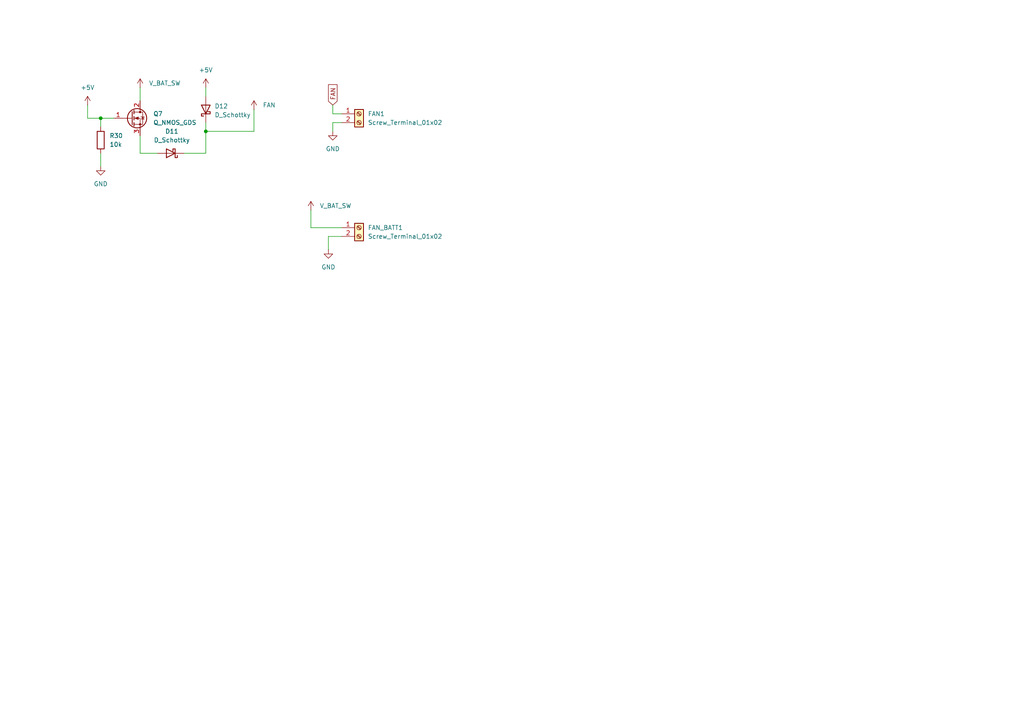
<source format=kicad_sch>
(kicad_sch (version 20231120) (generator "eeschema") (generator_version "8.0")
  (paper "A4")
  (lib_symbols
    (symbol "Connector:Screw_Terminal_01x02" (pin_names (offset 1.016) hide)
      (property "Reference" "J" (at 0 2.54 0))
      (property "Value" "Screw_Terminal_01x02" (at 0 -5.08 0))
      (symbol "Screw_Terminal_01x02_1_1"
        (rectangle (start -1.27 1.27) (end 1.27 -3.81) (stroke (width 0.254)) (fill (type background)))
        (circle (center 0 -2.54) (radius 0.635) (stroke (width 0.1524)))
        (polyline (pts (xy -0.5334 -2.2098) (xy 0.3302 -3.048)) (stroke (width 0.1524)))
        (polyline (pts (xy -0.5334 0.3302) (xy 0.3302 -0.508)) (stroke (width 0.1524)))
        (polyline (pts (xy -0.3556 -2.032) (xy 0.508 -2.8702)) (stroke (width 0.1524)))
        (polyline (pts (xy -0.3556 0.508) (xy 0.508 -0.3302)) (stroke (width 0.1524)))
        (circle (center 0 0) (radius 0.635) (stroke (width 0.1524)))
        (pin passive line (at -5.08 0 0) (length 3.81) (name "Pin_1") (number "1"))
        (pin passive line (at -5.08 -2.54 0) (length 3.81) (name "Pin_2") (number "2"))
      )
    )
    (symbol "Device:D_Schottky" (pin_numbers hide) (pin_names (offset 1.016) hide)
      (property "Reference" "D" (at 0 2.54 0))
      (property "Value" "D_Schottky" (at 0 -2.54 0))
      (symbol "D_Schottky_0_1"
        (polyline (pts (xy 1.27 0) (xy -1.27 0)))
        (polyline (pts (xy 1.27 1.27) (xy 1.27 -1.27) (xy -1.27 0) (xy 1.27 1.27)) (stroke (width 0.254)))
        (polyline (pts (xy -1.905 0.635) (xy -1.905 1.27) (xy -1.27 1.27) (xy -1.27 -1.27) (xy -0.635 -1.27) (xy -0.635 -0.635)) (stroke (width 0.254)))
      )
      (symbol "D_Schottky_1_1"
        (pin passive line (at -3.81 0 0) (length 2.54) (name "K") (number "1"))
        (pin passive line (at 3.81 0 180) (length 2.54) (name "A") (number "2"))
      )
    )
    (symbol "Device:Q_NMOS_GDS" (pin_names (offset 0) hide)
      (property "Reference" "Q" (at 5.08 1.27 0))
      (property "Value" "Q_NMOS_GDS" (at 5.08 -1.27 0))
      (symbol "Q_NMOS_GDS_0_1"
        (polyline (pts (xy 0.254 0) (xy -2.54 0)))
        (polyline (pts (xy 0.254 1.905) (xy 0.254 -1.905)) (stroke (width 0.254)))
        (polyline (pts (xy 0.762 -1.27) (xy 0.762 -2.286)) (stroke (width 0.254)))
        (polyline (pts (xy 0.762 0.508) (xy 0.762 -0.508)) (stroke (width 0.254)))
        (polyline (pts (xy 0.762 2.286) (xy 0.762 1.27)) (stroke (width 0.254)))
        (polyline (pts (xy 2.54 2.54) (xy 2.54 1.778)))
        (polyline (pts (xy 2.54 -2.54) (xy 2.54 0) (xy 0.762 0)))
        (polyline (pts (xy 0.762 -1.778) (xy 3.302 -1.778) (xy 3.302 1.778) (xy 0.762 1.778)))
        (polyline (pts (xy 1.016 0) (xy 2.032 0.381) (xy 2.032 -0.381) (xy 1.016 0)) (fill (type outline)))
        (polyline (pts (xy 2.794 0.508) (xy 2.921 0.381) (xy 3.683 0.381) (xy 3.81 0.254)))
        (polyline (pts (xy 3.302 0.381) (xy 2.921 -0.254) (xy 3.683 -0.254) (xy 3.302 0.381)))
        (circle (center 1.651 0) (radius 2.794) (stroke (width 0.254)))
        (circle (center 2.54 -1.778) (radius 0.254) (fill (type outline)))
        (circle (center 2.54 1.778) (radius 0.254) (fill (type outline)))
      )
      (symbol "Q_NMOS_GDS_1_1"
        (pin input line (at -5.08 0 0) (length 2.54) (name "G") (number "1"))
        (pin passive line (at 2.54 5.08 270) (length 2.54) (name "D") (number "2"))
        (pin passive line (at 2.54 -5.08 90) (length 2.54) (name "S") (number "3"))
      )
    )
    (symbol "Device:R" (pin_numbers hide) (pin_names (offset 0))
      (property "Reference" "R" (at 2.032 0 90))
      (property "Value" "R" (at 0 0 90))
      (symbol "R_0_1"
        (rectangle (start -1.016 -2.54) (end 1.016 2.54) (stroke (width 0.254)))
      )
      (symbol "R_1_1"
        (pin passive line (at 0 3.81 270) (length 1.27) (name "~") (number "1"))
        (pin passive line (at 0 -3.81 90) (length 1.27) (name "~") (number "2"))
      )
    )
    (symbol "power:+24V" (power) (pin_numbers hide) (pin_names (offset 0) hide)
      (property "Value" "+24V" (at 0 3.556 0))
      (symbol "+24V_0_1"
        (polyline (pts (xy -0.762 1.27) (xy 0 2.54)))
        (polyline (pts (xy 0 0) (xy 0 2.54)))
        (polyline (pts (xy 0 2.54) (xy 0.762 1.27)))
      )
      (symbol "+24V_1_1"
        (pin power_in line (at 0 0 90) (length 0) (name "~") (number "1"))
      )
    )
    (symbol "power:GND" (power) (pin_numbers hide) (pin_names (offset 0) hide)
      (property "Value" "GND" (at 0 -3.81 0))
      (symbol "GND_0_1"
        (polyline (pts (xy 0 0) (xy 0 -1.27) (xy 1.27 -1.27) (xy 0 -2.54) (xy -1.27 -1.27) (xy 0 -1.27)))
      )
      (symbol "GND_1_1"
        (pin power_in line (at 0 0 270) (length 0) (name "~") (number "1"))
      )
    )
    (symbol "power:VCC" (power) (pin_numbers hide) (pin_names (offset 0) hide)
      (property "Value" "VCC" (at 0 3.556 0))
      (symbol "VCC_0_1"
        (polyline (pts (xy -0.762 1.27) (xy 0 2.54)))
        (polyline (pts (xy 0 0) (xy 0 2.54)))
        (polyline (pts (xy 0 2.54) (xy 0.762 1.27)))
      )
      (symbol "VCC_1_1"
        (pin power_in line (at 0 0 90) (length 0) (name "~") (number "1"))
      )
    )
  )
  (junction (at 29.21 34.29))
  (junction (at 59.69 38.1))
  (wire (pts (xy 59.69 38.1) (xy 73.66 38.1)))
  (wire (pts (xy 29.21 34.29) (xy 25.4 34.29)))
  (wire (pts (xy 40.64 25.4) (xy 40.64 29.21)))
  (wire (pts (xy 95.25 68.58) (xy 99.06 68.58)))
  (wire (pts (xy 99.06 35.56) (xy 96.52 35.56)))
  (wire (pts (xy 53.34 44.45) (xy 59.69 44.45)))
  (wire (pts (xy 40.64 39.37) (xy 40.64 44.45)))
  (wire (pts (xy 33.02 34.29) (xy 29.21 34.29)))
  (wire (pts (xy 90.17 66.04) (xy 99.06 66.04)))
  (wire (pts (xy 59.69 25.4) (xy 59.69 27.94)))
  (wire (pts (xy 59.69 44.45) (xy 59.69 38.1)))
  (wire (pts (xy 96.52 30.48) (xy 96.52 33.02)))
  (wire (pts (xy 25.4 34.29) (xy 25.4 30.48)))
  (wire (pts (xy 59.69 38.1) (xy 59.69 35.56)))
  (wire (pts (xy 29.21 44.45) (xy 29.21 48.26)))
  (wire (pts (xy 90.17 66.04) (xy 90.17 60.96)))
  (wire (pts (xy 96.52 35.56) (xy 96.52 38.1)))
  (wire (pts (xy 96.52 33.02) (xy 99.06 33.02)))
  (wire (pts (xy 40.64 44.45) (xy 45.72 44.45)))
  (wire (pts (xy 95.25 68.58) (xy 95.25 72.39)))
  (wire (pts (xy 29.21 34.29) (xy 29.21 36.83)))
  (wire (pts (xy 73.66 38.1) (xy 73.66 31.75)))
  (text "FAN:\nDONE\n" (at 3.556 -4.064 0) (effects (font (size 1.27 1.27))))
  (global_label "FAN" (shape input) (at 96.52 30.48 90) (property "Intersheetrefs" "${INTERSHEET_REFS}" (effects (hide yes))))
  (symbol (lib_id "power:VCC") (at 73.66 31.75 0) (unit 1)
    (property "Reference" "#PWR079" (effects (hide yes)))
    (property "Value" "FAN" (at 76.2 30.4799 0) (effects (justify left)))
    (property "Description" "Power symbol creates a global label with name \"VCC\"" (effects (hide yes)))
  )
  (symbol (lib_id "power:VCC") (at 90.17 60.96 0) (unit 1)
    (property "Reference" "#PWR076" (effects (hide yes)))
    (property "Value" "V_BAT_SW" (at 92.71 59.6899 0) (effects (justify left)))
    (property "Description" "Power symbol creates a global label with name \"VCC\"" (effects (hide yes)))
  )
  (symbol (lib_id "Device:D_Schottky") (at 59.69 31.75 90) (unit 1)
    (property "Reference" "D12" (at 62.23 30.7974 90) (effects (justify right)))
    (property "Value" "D_Schottky" (at 62.23 33.3374 90) (effects (justify right)))
    (property "Footprint" "Diode_SMD:D_SMA" (effects (hide yes)))
    (property "Description" "Schottky diode" (effects (hide yes)))
  )
  (symbol (lib_id "Connector:Screw_Terminal_01x02") (at 104.14 33.02 0) (unit 1)
    (property "Reference" "FAN1" (at 106.68 33.0199 0) (effects (justify left)))
    (property "Value" "Screw_Terminal_01x02" (at 106.68 35.5599 0) (effects (justify left)))
    (property "Footprint" "TerminalBlock:TerminalBlock_Xinya_XY308-2.54-2P_1x02_P2.54mm_Horizontal" (effects (hide yes)))
    (property "Description" "Generic screw terminal, single row, 01x02, script generated (kicad-library-utils/schlib/autogen/connector/)" (effects (hide yes)))
  )
  (symbol (lib_id "power:GND") (at 95.25 72.39 0) (unit 1)
    (property "Reference" "#PWR083" (effects (hide yes)))
    (property "Value" "GND" (at 95.25 77.47 0))
    (property "Description" "Power symbol creates a global label with name \"GND\" , ground" (effects (hide yes)))
  )
  (symbol (lib_id "power:+24V") (at 59.69 25.4 0) (unit 1)
    (property "Reference" "#PWR080" (effects (hide yes)))
    (property "Value" "+5V" (at 59.69 20.32 0))
    (property "Description" "Power symbol creates a global label with name \"+24V\"" (effects (hide yes)))
  )
  (symbol (lib_id "power:GND") (at 96.52 38.1 0) (unit 1)
    (property "Reference" "#PWR048" (effects (hide yes)))
    (property "Value" "GND" (at 96.52 43.18 0))
    (property "Description" "Power symbol creates a global label with name \"GND\" , ground" (effects (hide yes)))
  )
  (symbol (lib_id "power:GND") (at 29.21 48.26 0) (unit 1)
    (property "Reference" "#PWR082" (effects (hide yes)))
    (property "Value" "GND" (at 29.21 53.34 0))
    (property "Description" "Power symbol creates a global label with name \"GND\" , ground" (effects (hide yes)))
  )
  (symbol (lib_id "Device:D_Schottky") (at 49.53 44.45 180) (unit 1)
    (property "Reference" "D11" (at 49.8475 38.1 0))
    (property "Value" "D_Schottky" (at 49.8475 40.64 0))
    (property "Footprint" "Diode_SMD:D_SMA" (effects (hide yes)))
    (property "Description" "Schottky diode" (effects (hide yes)))
  )
  (symbol (lib_id "Connector:Screw_Terminal_01x02") (at 104.14 66.04 0) (unit 1)
    (property "Reference" "FAN_BATT1" (at 106.68 66.0399 0) (effects (justify left)))
    (property "Value" "Screw_Terminal_01x02" (at 106.68 68.5799 0) (effects (justify left)))
    (property "Footprint" "TerminalBlock:TerminalBlock_Xinya_XY308-2.54-2P_1x02_P2.54mm_Horizontal" (effects (hide yes)))
    (property "Description" "Generic screw terminal, single row, 01x02, script generated (kicad-library-utils/schlib/autogen/connector/)" (effects (hide yes)))
  )
  (symbol (lib_id "power:+24V") (at 25.4 30.48 0) (unit 1)
    (property "Reference" "#PWR081" (effects (hide yes)))
    (property "Value" "+5V" (at 25.4 25.4 0))
    (property "Description" "Power symbol creates a global label with name \"+24V\"" (effects (hide yes)))
  )
  (symbol (lib_id "Device:Q_NMOS_GDS") (at 38.1 34.29 0) (unit 1)
    (property "Reference" "Q7" (at 44.45 33.0199 0) (effects (justify left)))
    (property "Value" "Q_NMOS_GDS" (at 44.45 35.5599 0) (effects (justify left)))
    (property "Footprint" "Package_TO_SOT_SMD:SOT-23" (effects (hide yes)))
    (property "Description" "N-MOSFET transistor, gate/drain/source" (effects (hide yes)))
  )
  (symbol (lib_id "Device:R") (at 29.21 40.64 0) (unit 1)
    (property "Reference" "R30" (at 31.75 39.3699 0) (effects (justify left)))
    (property "Value" "10k" (at 31.75 41.9099 0) (effects (justify left)))
    (property "Footprint" "Resistor_SMD:R_0603_1608Metric" (effects (hide yes)))
    (property "Description" "Resistor" (effects (hide yes)))
  )
  (symbol (lib_id "power:VCC") (at 40.64 25.4 0) (unit 1)
    (property "Reference" "#PWR078" (effects (hide yes)))
    (property "Value" "V_BAT_SW" (at 43.18 24.1299 0) (effects (justify left)))
    (property "Description" "Power symbol creates a global label with name \"VCC\"" (effects (hide yes)))
  )
)
</source>
